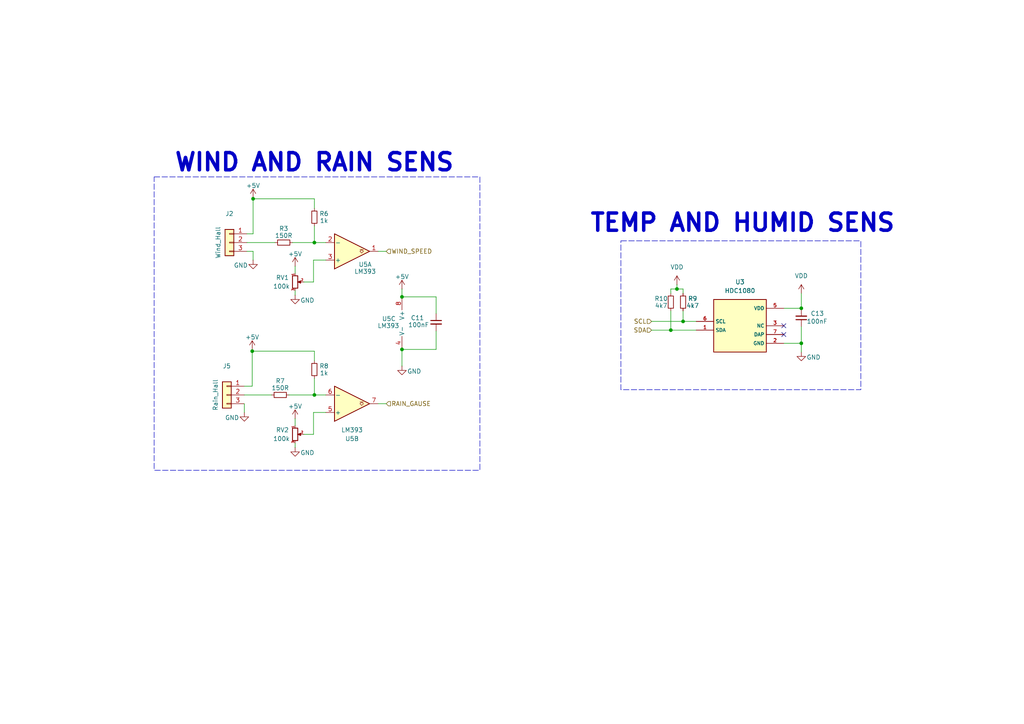
<source format=kicad_sch>
(kicad_sch (version 20231120) (generator "eeschema") (generator_version "8.0")
  (paper "A4")
  (lib_symbols
    (symbol "Comparator:LM393" (pin_names (offset 0.127))
      (property "Reference" "U" (at 3.81 3.81 0))
      (property "Value" "LM393" (at 6.35 -3.81 0))
      (symbol "LM393_1_1"
        (polyline (pts (xy -5.08 5.08) (xy 5.08 0) (xy -5.08 -5.08) (xy -5.08 5.08)) (stroke (width 0.254)) (fill (type background)))
        (polyline (pts (xy 3.302 -0.508) (xy 2.794 -0.508) (xy 3.302 0) (xy 2.794 0.508) (xy 2.286 0) (xy 2.794 -0.508) (xy 2.286 -0.508)) (stroke (width 0.127)))
        (pin open_collector line (at 7.62 0 180) (length 2.54) (name "~") (number "1"))
        (pin input line (at -7.62 -2.54 0) (length 2.54) (name "-") (number "2"))
        (pin input line (at -7.62 2.54 0) (length 2.54) (name "+") (number "3"))
      )
      (symbol "LM393_2_1"
        (polyline (pts (xy -5.08 5.08) (xy 5.08 0) (xy -5.08 -5.08) (xy -5.08 5.08)) (stroke (width 0.254)) (fill (type background)))
        (polyline (pts (xy 3.302 -0.508) (xy 2.794 -0.508) (xy 3.302 0) (xy 2.794 0.508) (xy 2.286 0) (xy 2.794 -0.508) (xy 2.286 -0.508)) (stroke (width 0.127)))
        (pin input line (at -7.62 2.54 0) (length 2.54) (name "+") (number "5"))
        (pin input line (at -7.62 -2.54 0) (length 2.54) (name "-") (number "6"))
        (pin open_collector line (at 7.62 0 180) (length 2.54) (name "~") (number "7"))
      )
      (symbol "LM393_3_1"
        (pin power_in line (at -2.54 -7.62 90) (length 3.81) (name "V-") (number "4"))
        (pin power_in line (at -2.54 7.62 270) (length 3.81) (name "V+") (number "8"))
      )
    )
    (symbol "Connector_Generic:Conn_01x03" (pin_names (offset 1.016) hide)
      (property "Reference" "J" (at 0 5.08 0))
      (property "Value" "Conn_01x03" (at 0 -5.08 0))
      (symbol "Conn_01x03_1_1"
        (rectangle (start -1.27 -2.413) (end 0 -2.667) (stroke (width 0.1524)))
        (rectangle (start -1.27 0.127) (end 0 -0.127) (stroke (width 0.1524)))
        (rectangle (start -1.27 2.667) (end 0 2.413) (stroke (width 0.1524)))
        (rectangle (start -1.27 3.81) (end 1.27 -3.81) (stroke (width 0.254)) (fill (type background)))
        (pin passive line (at -5.08 2.54 0) (length 3.81) (name "Pin_1") (number "1"))
        (pin passive line (at -5.08 0 0) (length 3.81) (name "Pin_2") (number "2"))
        (pin passive line (at -5.08 -2.54 0) (length 3.81) (name "Pin_3") (number "3"))
      )
    )
    (symbol "Device:C_Small" (pin_numbers hide) (pin_names (offset 0.254) hide)
      (property "Reference" "C" (at 0.254 1.778 0))
      (property "Value" "C_Small" (at 0.254 -2.032 0))
      (symbol "C_Small_0_1"
        (polyline (pts (xy -1.524 -0.508) (xy 1.524 -0.508)) (stroke (width 0.3302)))
        (polyline (pts (xy -1.524 0.508) (xy 1.524 0.508)) (stroke (width 0.3048)))
      )
      (symbol "C_Small_1_1"
        (pin passive line (at 0 2.54 270) (length 2.032) (name "~") (number "1"))
        (pin passive line (at 0 -2.54 90) (length 2.032) (name "~") (number "2"))
      )
    )
    (symbol "Device:R_Potentiometer_Small" (pin_names (offset 1.016) hide)
      (property "Reference" "RV" (at -4.445 0 90))
      (property "Value" "R_Potentiometer_Small" (at -2.54 0 90))
      (symbol "R_Potentiometer_Small_0_1"
        (polyline (pts (xy 0.889 0) (xy 0.635 0) (xy 1.651 0.381) (xy 1.651 -0.381) (xy 0.635 0) (xy 0.889 0)) (fill (type outline)))
        (rectangle (start 0.762 1.8034) (end -0.762 -1.8034) (stroke (width 0.254)))
      )
      (symbol "R_Potentiometer_Small_1_1"
        (pin passive line (at 0 2.54 270) (length 0.635) (name "1") (number "1"))
        (pin passive line (at 2.54 0 180) (length 0.9906) (name "2") (number "2"))
        (pin passive line (at 0 -2.54 90) (length 0.635) (name "3") (number "3"))
      )
    )
    (symbol "Device:R_Small" (pin_numbers hide) (pin_names (offset 0.254) hide)
      (property "Reference" "R" (at 0.762 0.508 0))
      (property "Value" "R_Small" (at 0.762 -1.016 0))
      (symbol "R_Small_0_1"
        (rectangle (start -0.762 1.778) (end 0.762 -1.778) (stroke (width 0.2032)))
      )
      (symbol "R_Small_1_1"
        (pin passive line (at 0 2.54 270) (length 0.762) (name "~") (number "1"))
        (pin passive line (at 0 -2.54 90) (length 0.762) (name "~") (number "2"))
      )
    )
    (symbol "power:+5V" (power) (pin_numbers hide) (pin_names (offset 0) hide)
      (property "Value" "+5V" (at 0 3.556 0))
      (symbol "+5V_0_1"
        (polyline (pts (xy -0.762 1.27) (xy 0 2.54)))
        (polyline (pts (xy 0 0) (xy 0 2.54)))
        (polyline (pts (xy 0 2.54) (xy 0.762 1.27)))
      )
      (symbol "+5V_1_1"
        (pin power_in line (at 0 0 90) (length 0) (name "~") (number "1"))
      )
    )
    (symbol "power:GND" (power) (pin_numbers hide) (pin_names (offset 0) hide)
      (property "Value" "GND" (at 0 -3.81 0))
      (symbol "GND_0_1"
        (polyline (pts (xy 0 0) (xy 0 -1.27) (xy 1.27 -1.27) (xy 0 -2.54) (xy -1.27 -1.27) (xy 0 -1.27)))
      )
      (symbol "GND_1_1"
        (pin power_in line (at 0 0 270) (length 0) (name "~") (number "1"))
      )
    )
    (symbol "power:VDD" (power) (pin_numbers hide) (pin_names (offset 0) hide)
      (property "Value" "VDD" (at 0 3.556 0))
      (symbol "VDD_0_1"
        (polyline (pts (xy -0.762 1.27) (xy 0 2.54)))
        (polyline (pts (xy 0 0) (xy 0 2.54)))
        (polyline (pts (xy 0 2.54) (xy 0.762 1.27)))
      )
      (symbol "VDD_1_1"
        (pin power_in line (at 0 0 90) (length 0) (name "~") (number "1"))
      )
    )
    (symbol "project241_sym:HDC1080"
      (property "Reference" "U3" (at 0 12.7 0))
      (property "Value" "HDC1080" (at 0 10.16 0))
      (symbol "HDC1080_0_0"
        (rectangle (start -7.62 7.62) (end 7.62 -7.62) (stroke (width 0.254)) (fill (type background)))
        (pin power_in line (at 12.7 -5.08 180) (length 5.08) (name "GND") (number "2"))
        (pin power_in line (at 12.7 5.08 180) (length 5.08) (name "VDD") (number "5"))
        (pin power_in line (at 12.7 -2.54 180) (length 5.08) (name "DAP") (number "7"))
      )
      (symbol "HDC1080_1_0"
        (pin passive line (at -12.7 -1.27 0) (length 5.08) (name "SDA") (number "1"))
        (pin passive line (at 12.7 0 180) (length 5.08) (name "NC") (number "3"))
        (pin passive line (at 12.7 0 180) (length 5.08) hide (name "NC") (number "4"))
        (pin passive line (at -12.7 1.27 0) (length 5.08) (name "SCL") (number "6"))
      )
    )
  )
  (junction (at 198.12 93.218))
  (junction (at 196.342 83.82))
  (junction (at 232.41 99.568))
  (junction (at 73.152 101.854))
  (junction (at 232.41 89.408))
  (junction (at 91.186 70.358))
  (junction (at 194.564 95.758))
  (junction (at 116.586 86.106))
  (junction (at 73.406 57.658))
  (junction (at 116.586 101.346))
  (junction (at 91.186 114.554))
  (no_connect (at 227.33 97.028))
  (no_connect (at 227.33 94.488))
  (wire (pts (xy 85.598 129.794) (xy 85.598 128.524)))
  (wire (pts (xy 126.492 90.932) (xy 126.492 86.106)))
  (wire (pts (xy 84.836 70.358) (xy 91.186 70.358)))
  (wire (pts (xy 232.41 89.662) (xy 232.41 89.408)))
  (wire (pts (xy 71.628 70.358) (xy 79.756 70.358)))
  (wire (pts (xy 88.138 125.984) (xy 90.932 125.984)))
  (wire (pts (xy 126.492 96.012) (xy 126.492 101.346)))
  (wire (pts (xy 198.12 83.82) (xy 198.12 85.09)))
  (wire (pts (xy 91.186 57.658) (xy 73.406 57.658)))
  (wire (pts (xy 116.586 86.106) (xy 126.492 86.106)))
  (wire (pts (xy 112.014 117.094) (xy 109.728 117.094)))
  (wire (pts (xy 90.932 75.438) (xy 94.488 75.438)))
  (wire (pts (xy 73.406 75.438) (xy 73.406 72.898)))
  (wire (pts (xy 232.41 94.742) (xy 232.41 99.568)))
  (wire (pts (xy 188.976 95.758) (xy 194.564 95.758)))
  (wire (pts (xy 73.406 72.898) (xy 71.628 72.898)))
  (wire (pts (xy 90.932 81.788) (xy 88.138 81.788)))
  (wire (pts (xy 90.932 119.634) (xy 94.488 119.634)))
  (wire (pts (xy 91.186 104.648) (xy 91.186 101.854)))
  (wire (pts (xy 232.41 85.09) (xy 232.41 89.408)))
  (wire (pts (xy 73.406 57.404) (xy 73.406 57.658)))
  (wire (pts (xy 70.866 119.634) (xy 70.866 117.094)))
  (wire (pts (xy 232.41 99.568) (xy 227.33 99.568)))
  (wire (pts (xy 194.564 85.09) (xy 194.564 83.82)))
  (wire (pts (xy 91.186 101.854) (xy 73.152 101.854)))
  (wire (pts (xy 198.12 90.17) (xy 198.12 93.218)))
  (wire (pts (xy 91.186 65.532) (xy 91.186 70.358)))
  (wire (pts (xy 91.186 60.452) (xy 91.186 57.658)))
  (wire (pts (xy 196.342 82.55) (xy 196.342 83.82)))
  (wire (pts (xy 73.406 57.658) (xy 73.406 67.818)))
  (wire (pts (xy 73.152 112.014) (xy 70.866 112.014)))
  (wire (pts (xy 116.586 83.82) (xy 116.586 86.106)))
  (wire (pts (xy 85.598 77.216) (xy 85.598 79.248)))
  (wire (pts (xy 91.186 70.358) (xy 94.488 70.358)))
  (wire (pts (xy 194.564 90.17) (xy 194.564 95.758)))
  (wire (pts (xy 91.186 109.728) (xy 91.186 114.554)))
  (wire (pts (xy 73.152 101.854) (xy 73.152 112.014)))
  (wire (pts (xy 85.598 121.412) (xy 85.598 123.444)))
  (wire (pts (xy 116.586 106.172) (xy 116.586 101.346)))
  (wire (pts (xy 232.41 89.408) (xy 227.33 89.408)))
  (wire (pts (xy 116.586 101.346) (xy 126.492 101.346)))
  (wire (pts (xy 70.866 114.554) (xy 78.74 114.554)))
  (wire (pts (xy 90.932 125.984) (xy 90.932 119.634)))
  (wire (pts (xy 91.186 114.554) (xy 94.488 114.554)))
  (wire (pts (xy 188.976 93.218) (xy 198.12 93.218)))
  (wire (pts (xy 90.932 75.438) (xy 90.932 81.788)))
  (wire (pts (xy 112.014 72.898) (xy 109.728 72.898)))
  (wire (pts (xy 196.342 83.82) (xy 198.12 83.82)))
  (wire (pts (xy 73.152 101.346) (xy 73.152 101.854)))
  (wire (pts (xy 198.12 93.218) (xy 201.93 93.218)))
  (wire (pts (xy 73.406 67.818) (xy 71.628 67.818)))
  (wire (pts (xy 232.41 102.108) (xy 232.41 99.568)))
  (wire (pts (xy 83.82 114.554) (xy 91.186 114.554)))
  (wire (pts (xy 194.564 95.758) (xy 201.93 95.758)))
  (wire (pts (xy 194.564 83.82) (xy 196.342 83.82)))
  (wire (pts (xy 85.598 84.328) (xy 85.598 85.598)))
  (rectangle (start 44.704 51.308) (end 139.192 136.398) (stroke (width 0.15) (type dash)))
  (rectangle (start 180.086 69.85) (end 249.682 113.03) (stroke (width 0.15) (type dash)))
  (text "TEMP AND HUMID SENS\n" (at 215.392 64.77 0) (effects (font (size 5 5) (thickness 1) (bold yes))))
  (text "WIND AND RAIN SENS" (at 91.186 47.244 0) (effects (font (size 5 5) (thickness 1) (bold yes))))
  (hierarchical_label "SDA" (shape input) (at 188.976 95.758 180))
  (hierarchical_label "SCL" (shape input) (at 188.976 93.218 180))
  (hierarchical_label "WIND_SPEED" (shape input) (at 112.014 72.898 0))
  (hierarchical_label "RAIN_GAUSE" (shape input) (at 112.014 117.094 0))
  (symbol (lib_id "Device:R_Small") (at 198.12 87.63 180) (unit 1)
    (property "Reference" "R9" (at 200.914 86.614 0))
    (property "Value" "4k7" (at 200.914 88.646 0))
    (property "Description" "Resistor, small symbol" (effects (hide yes)))
  )
  (symbol (lib_id "power:+5V") (at 85.598 121.412 0) (unit 1)
    (property "Reference" "#PWR024" (effects (hide yes)))
    (property "Value" "+5V" (at 85.598 117.856 0))
    (property "Description" "Power symbol creates a global label with name \"+5V\"" (effects (hide yes)))
  )
  (symbol (lib_id "power:GND") (at 70.866 119.634 0) (mirror y) (unit 1)
    (property "Reference" "#PWR023" (effects (hide yes)))
    (property "Value" "GND" (at 67.31 121.158 0))
    (property "Description" "Power symbol creates a global label with name \"GND\" , ground" (effects (hide yes)))
  )
  (symbol (lib_id "Device:R_Small") (at 91.186 62.992 180) (unit 1)
    (property "Reference" "R6" (at 93.98 61.976 0))
    (property "Value" "1k" (at 93.98 64.008 0))
    (property "Description" "Resistor, small symbol" (effects (hide yes)))
  )
  (symbol (lib_id "power:+5V") (at 85.598 77.216 0) (unit 1)
    (property "Reference" "#PWR016" (effects (hide yes)))
    (property "Value" "+5V" (at 85.598 73.66 0))
    (property "Description" "Power symbol creates a global label with name \"+5V\"" (effects (hide yes)))
  )
  (symbol (lib_id "Device:C_Small") (at 126.492 93.472 0) (unit 1)
    (property "Reference" "C11" (at 119.126 92.202 0) (effects (justify left)))
    (property "Value" "100nF" (at 118.364 94.234 0) (effects (justify left)))
    (property "Description" "Unpolarized capacitor, small symbol" (effects (hide yes)))
  )
  (symbol (lib_id "power:+5V") (at 73.406 57.404 0) (unit 1)
    (property "Reference" "#PWR015" (effects (hide yes)))
    (property "Value" "+5V" (at 73.406 53.848 0))
    (property "Description" "Power symbol creates a global label with name \"+5V\"" (effects (hide yes)))
  )
  (symbol (lib_id "Device:R_Small") (at 194.564 87.63 0) (mirror x) (unit 1)
    (property "Reference" "R10" (at 191.77 86.614 0))
    (property "Value" "4k7" (at 191.77 88.646 0))
    (property "Description" "Resistor, small symbol" (effects (hide yes)))
  )
  (symbol (lib_id "Device:C_Small") (at 232.41 92.202 180) (unit 1)
    (property "Reference" "C13" (at 239.014 90.932 0) (effects (justify left)))
    (property "Value" "100nF" (at 240.03 93.218 0) (effects (justify left)))
    (property "Description" "Unpolarized capacitor, small symbol" (effects (hide yes)))
  )
  (symbol (lib_id "Device:R_Small") (at 82.296 70.358 90) (unit 1)
    (property "Reference" "R3" (at 82.296 66.294 90))
    (property "Value" "150R" (at 82.296 68.326 90))
    (property "Description" "Resistor, small symbol" (effects (hide yes)))
  )
  (symbol (lib_id "project241_sym:HDC1080") (at 214.63 94.488 0) (unit 1)
    (property "Reference" "U3" (at 214.63 81.788 0))
    (property "Value" "HDC1080" (at 214.63 84.328 0))
    (property "Footprint" "project241_footprint:SON100P300X300X80-7N" (effects (hide yes)))
  )
  (symbol (lib_id "power:+5V") (at 116.586 83.82 0) (unit 1)
    (property "Reference" "#PWR026" (effects (hide yes)))
    (property "Value" "+5V" (at 116.586 80.264 0))
    (property "Description" "Power symbol creates a global label with name \"+5V\"" (effects (hide yes)))
  )
  (symbol (lib_id "Connector_Generic:Conn_01x03") (at 65.786 114.554 0) (mirror y) (unit 1)
    (property "Reference" "J5" (at 65.786 106.172 0))
    (property "Value" "Rain_Hall" (at 62.484 114.554 90))
    (property "Description" "Generic connector, single row, 01x03, script generated (kicad-library-utils/schlib/autogen/connector/)" (effects (hide yes)))
  )
  (symbol (lib_id "Device:R_Potentiometer_Small") (at 85.598 125.984 0) (unit 1)
    (property "Reference" "RV2" (at 83.82 124.7139 0) (effects (justify right)))
    (property "Value" "100k" (at 84.074 127.254 0) (effects (justify right)))
    (property "Description" "Potentiometer" (effects (hide yes)))
  )
  (symbol (lib_id "Device:R_Small") (at 81.28 114.554 90) (unit 1)
    (property "Reference" "R7" (at 81.28 110.49 90))
    (property "Value" "150R" (at 81.28 112.522 90))
    (property "Description" "Resistor, small symbol" (effects (hide yes)))
  )
  (symbol (lib_id "power:VDD") (at 232.41 85.09 0) (unit 1)
    (property "Reference" "#PWR028" (effects (hide yes)))
    (property "Value" "VDD" (at 232.41 80.01 0))
    (property "Description" "Power symbol creates a global label with name \"VDD\"" (effects (hide yes)))
  )
  (symbol (lib_id "power:GND") (at 232.41 102.108 0) (unit 1)
    (property "Reference" "#PWR030" (effects (hide yes)))
    (property "Value" "GND" (at 235.966 103.632 0))
    (property "Description" "Power symbol creates a global label with name \"GND\" , ground" (effects (hide yes)))
  )
  (symbol (lib_id "power:+5V") (at 73.152 101.346 0) (unit 1)
    (property "Reference" "#PWR022" (effects (hide yes)))
    (property "Value" "+5V" (at 73.152 97.79 0))
    (property "Description" "Power symbol creates a global label with name \"+5V\"" (effects (hide yes)))
  )
  (symbol (lib_id "Connector_Generic:Conn_01x03") (at 66.548 70.358 0) (mirror y) (unit 1)
    (property "Reference" "J2" (at 66.548 61.976 0))
    (property "Value" "Wind_Hall" (at 63.246 70.358 90))
    (property "Description" "Generic connector, single row, 01x03, script generated (kicad-library-utils/schlib/autogen/connector/)" (effects (hide yes)))
  )
  (symbol (lib_id "Device:R_Potentiometer_Small") (at 85.598 81.788 0) (unit 1)
    (property "Reference" "RV1" (at 83.82 80.5179 0) (effects (justify right)))
    (property "Value" "100k" (at 84.074 83.058 0) (effects (justify right)))
    (property "Description" "Potentiometer" (effects (hide yes)))
  )
  (symbol (lib_id "Comparator:LM393") (at 114.046 93.726 0) (mirror y) (unit 3)
    (property "Reference" "U5" (at 114.808 92.456 0) (effects (justify left)))
    (property "Value" "LM393" (at 115.824 94.488 0) (effects (justify left)))
    (property "Datasheet" "http://www.ti.com/lit/ds/symlink/lm393.pdf" (effects (hide yes)))
    (property "Description" "Low-Power, Low-Offset Voltage, Dual Comparators, DIP-8/SOIC-8/TO-99-8" (effects (hide yes)))
  )
  (symbol (lib_id "Device:R_Small") (at 91.186 107.188 180) (unit 1)
    (property "Reference" "R8" (at 93.98 106.172 0))
    (property "Value" "1k" (at 93.98 108.204 0))
    (property "Description" "Resistor, small symbol" (effects (hide yes)))
  )
  (symbol (lib_id "power:GND") (at 73.406 75.438 0) (mirror y) (unit 1)
    (property "Reference" "#PWR021" (effects (hide yes)))
    (property "Value" "GND" (at 69.85 76.962 0))
    (property "Description" "Power symbol creates a global label with name \"GND\" , ground" (effects (hide yes)))
  )
  (symbol (lib_id "power:GND") (at 85.598 129.794 0) (unit 1)
    (property "Reference" "#PWR025" (effects (hide yes)))
    (property "Value" "GND" (at 89.154 131.318 0))
    (property "Description" "Power symbol creates a global label with name \"GND\" , ground" (effects (hide yes)))
  )
  (symbol (lib_id "Comparator:LM393") (at 102.108 72.898 0) (mirror x) (unit 1)
    (property "Reference" "U5" (at 105.918 76.708 0))
    (property "Value" "LM393" (at 105.918 78.74 0))
    (property "Datasheet" "http://www.ti.com/lit/ds/symlink/lm393.pdf" (effects (hide yes)))
    (property "Description" "Low-Power, Low-Offset Voltage, Dual Comparators, DIP-8/SOIC-8/TO-99-8" (effects (hide yes)))
  )
  (symbol (lib_id "power:GND") (at 116.586 106.172 0) (unit 1)
    (property "Reference" "#PWR027" (effects (hide yes)))
    (property "Value" "GND" (at 120.142 107.696 0))
    (property "Description" "Power symbol creates a global label with name \"GND\" , ground" (effects (hide yes)))
  )
  (symbol (lib_id "power:VDD") (at 196.342 82.55 0) (unit 1)
    (property "Reference" "#PWR029" (effects (hide yes)))
    (property "Value" "VDD" (at 196.342 77.47 0))
    (property "Description" "Power symbol creates a global label with name \"VDD\"" (effects (hide yes)))
  )
  (symbol (lib_id "Comparator:LM393") (at 102.108 117.094 0) (mirror x) (unit 2)
    (property "Reference" "U5" (at 102.108 127.254 0))
    (property "Value" "LM393" (at 102.108 124.714 0))
    (property "Datasheet" "http://www.ti.com/lit/ds/symlink/lm393.pdf" (effects (hide yes)))
    (property "Description" "Low-Power, Low-Offset Voltage, Dual Comparators, DIP-8/SOIC-8/TO-99-8" (effects (hide yes)))
  )
  (symbol (lib_id "power:GND") (at 85.598 85.598 0) (unit 1)
    (property "Reference" "#PWR020" (effects (hide yes)))
    (property "Value" "GND" (at 89.154 87.122 0))
    (property "Description" "Power symbol creates a global label with name \"GND\" , ground" (effects (hide yes)))
  )
)
</source>
